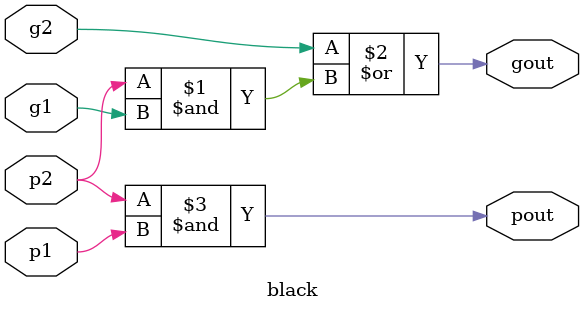
<source format=v>
`timescale 1ns / 1ps


module BKA (
    input [63:0] a, b,
    input cin,
    output [63:0] s,
    output cout
    );


genvar i;

// T=0
wire [63:0] g, p;
assign g = a & b;
assign p = a ^ b;

// T=1
wire [31:0] g_1, p_1;
generate
    for (i=0; i<32; i=i+1) begin
        black black1(
            .g1(g[i*2]),
            .p1(p[i*2]),
            .g2(g[i*2+1]),
            .p2(p[i*2+1]),
            .gout(g_1[i]),
            .pout(p_1[i])
        );
    end
endgenerate

// T=2
wire [15:0] g_2, p_2;
generate
    for (i=0; i<16; i=i+1) begin
        black black2(
            .g1(g_1[i*2]),
            .p1(p_1[i*2]),
            .g2(g_1[i*2+1]),
            .p2(p_1[i*2+1]),
            .gout(g_2[i]),
            .pout(p_2[i])
        );
    end
endgenerate

// T=3
wire [7:0] g_3, p_3;
generate
    for (i=0; i<8; i=i+1) begin
        black black3(
            .g1(g_2[i*2]),
            .p1(p_2[i*2]),
            .g2(g_2[i*2+1]),
            .p2(p_2[i*2+1]),
            .gout(g_3[i]),
            .pout(p_3[i])
        );
    end
endgenerate

// T=4
wire [3:0] g_4, p_4;
generate
    for (i=0; i<4; i=i+1) begin
        black black4(
            .g1(g_3[i*2]),
            .p1(p_3[i*2]),
            .g2(g_3[i*2+1]),
            .p2(p_3[i*2+1]),
            .gout(g_4[i]),
            .pout(p_4[i])
        );
    end
endgenerate

// T=5
wire [1:0] g_5, p_5;
generate
    for (i=0; i<2; i=i+1) begin
        black black5(
            .g1(g_4[i*2]),
            .p1(p_4[i*2]),
            .g2(g_4[i*2+1]),
            .p2(p_4[i*2+1]),
            .gout(g_5[i]),
            .pout(p_5[i])
        );
    end
endgenerate

// T=6
wire g_6, p_6;
black black6(
    .g1(g_5[0]),
    .p1(p_5[0]),
    .g2(g_5[1]),
    .p2(p_5[1]),
    .gout(g_6),
    .pout(p_6)
);

// T=7
wire g_7, p_7;
black black7(
    .g1(g_5[0]),
    .p1(p_5[0]),
    .g2(g_4[2]),
    .p2(p_4[2]),
    .gout(g_7),
    .pout(p_7)
);

// T=8
wire [2:0] g_8, p_8;
black black8_1(
    .g1(g_4[0]),
    .p1(p_4[0]),
    .g2(g_3[2]),
    .p2(p_3[2]),
    .gout(g_8[0]),
    .pout(p_8[0])
);
black black8_2(
    .g1(g_5[0]),
    .p1(p_5[0]),
    .g2(g_3[4]),
    .p2(p_3[4]),
    .gout(g_8[1]),
    .pout(p_8[1])
);
black black8_3(
    .g1(g_7),
    .p1(p_7),
    .g2(g_3[6]),
    .p2(p_3[6]),
    .gout(g_8[2]),
    .pout(p_8[2])
);

// T=9
wire [6:0] g_9, p_9;
black black9_1(
    .g1(g_3[0]),
    .p1(p_3[0]),
    .g2(g_2[2]),
    .p2(p_2[2]),
    .gout(g_9[0]),
    .pout(p_9[0])
);
black black9_2(
    .g1(g_4[0]),
    .p1(p_4[0]),
    .g2(g_2[4]),
    .p2(p_2[4]),
    .gout(g_9[1]),
    .pout(p_9[1])
);
black black9_3(
    .g1(g_8[0]),
    .p1(p_8[0]),
    .g2(g_2[6]),
    .p2(p_2[6]),
    .gout(g_9[2]),
    .pout(p_9[2])
);
black black9_4(
    .g1(g_5[0]),
    .p1(p_5[0]),
    .g2(g_2[8]),
    .p2(p_2[8]),
    .gout(g_9[3]),
    .pout(p_9[3])
);
black black9_5(
    .g1(g_8[1]),
    .p1(p_8[1]),
    .g2(g_2[10]),
    .p2(p_2[10]),
    .gout(g_9[4]),
    .pout(p_9[4])
);
black black9_6(
    .g1(g_7),
    .p1(p_7),
    .g2(g_2[12]),
    .p2(p_2[12]),
    .gout(g_9[5]),
    .pout(p_9[5])
);
black black9_7(
    .g1(g_8[2]),
    .p1(p_8[2]),
    .g2(g_2[14]),
    .p2(p_2[14]),
    .gout(g_9[6]),
    .pout(p_9[6])
);

// T=10
wire [14:0] g_10, p_10;
black black10_1(
    .g1(g_2[0]),
    .p1(p_2[0]),
    .g2(g_1[2]),
    .p2(p_1[2]),
    .gout(g_10[0]),
    .pout(p_10[0])
);
black black10_2(
    .g1(g_3[0]),
    .p1(p_3[0]),
    .g2(g_1[4]),
    .p2(p_1[4]),
    .gout(g_10[1]),
    .pout(p_10[1])
);
black black10_3(
    .g1(g_9[0]),
    .p1(p_9[0]),
    .g2(g_1[6]),
    .p2(p_1[6]),
    .gout(g_10[2]),
    .pout(p_10[2])
);
black black10_4(
    .g1(g_4[0]),
    .p1(p_4[0]),
    .g2(g_1[8]),
    .p2(p_1[8]),
    .gout(g_10[3]),
    .pout(p_10[3])
);
black black10_5(
    .g1(g_9[1]),
    .p1(p_9[1]),
    .g2(g_1[10]),
    .p2(p_1[10]),
    .gout(g_10[4]),
    .pout(p_10[4])
);
black black10_6(
    .g1(g_8[0]),
    .p1(p_8[0]),
    .g2(g_1[12]),
    .p2(p_1[12]),
    .gout(g_10[5]),
    .pout(p_10[5])
);
black black10_7(
    .g1(g_9[2]),
    .p1(p_9[2]),
    .g2(g_1[14]),
    .p2(p_1[14]),
    .gout(g_10[6]),
    .pout(p_10[6])
);
black black10_8(
    .g1(g_5[0]),
    .p1(p_5[0]),
    .g2(g_1[16]),
    .p2(p_1[16]),
    .gout(g_10[7]),
    .pout(p_10[7])
);
black black10_9(
    .g1(g_9[3]),
    .p1(p_9[3]),
    .g2(g_1[18]),
    .p2(p_1[18]),
    .gout(g_10[8]),
    .pout(p_10[8])
);
black black10_10(
    .g1(g_8[1]),
    .p1(p_8[1]),
    .g2(g_1[20]),
    .p2(p_1[20]),
    .gout(g_10[9]),
    .pout(p_10[9])
);
black black10_11(
    .g1(g_9[4]),
    .p1(p_9[4]),
    .g2(g_1[22]),
    .p2(p_1[22]),
    .gout(g_10[10]),
    .pout(p_10[10])
);
black black10_12(
    .g1(g_7),
    .p1(p_7),
    .g2(g_1[24]),
    .p2(p_1[24]),
    .gout(g_10[11]),
    .pout(p_10[11])
);
black black10_13(
    .g1(g_9[5]),
    .p1(p_9[5]),
    .g2(g_1[26]),
    .p2(p_1[26]),
    .gout(g_10[12]),
    .pout(p_10[12])
);
black black10_14(
    .g1(g_8[2]),
    .p1(p_8[2]),
    .g2(g_1[28]),
    .p2(p_1[28]),
    .gout(g_10[13]),
    .pout(p_10[13])
);
black black10_15(
    .g1(g_9[6]),
    .p1(p_9[6]),
    .g2(g_1[30]),
    .p2(p_1[30]),
    .gout(g_10[14]),
    .pout(p_10[14])
);

// T=11
wire [30:0] g_11, p_11;
black black11_1(
    .g1(g_1[0]),
    .p1(p_1[0]),
    .g2(g[2]),
    .p2(p[2]),
    .gout(g_11[0]),
    .pout(p_11[0])
);
black black11_2(
    .g1(g_2[0]),
    .p1(p_2[0]),
    .g2(g[4]),
    .p2(p[4]),
    .gout(g_11[1]),
    .pout(p_11[1])
);
black black11_3(
    .g1(g_10[0]),
    .p1(p_10[0]),
    .g2(g[6]),
    .p2(p[6]),
    .gout(g_11[2]),
    .pout(p_11[2])
);
black black11_4(
    .g1(g_3[0]),
    .p1(p_3[0]),
    .g2(g[8]),
    .p2(p[8]),
    .gout(g_11[3]),
    .pout(p_11[3])
);
black black11_5(
    .g1(g_10[1]),
    .p1(p_10[1]),
    .g2(g[10]),
    .p2(p[10]),
    .gout(g_11[4]),
    .pout(p_11[4])
);
black black11_6(
    .g1(g_9[0]),
    .p1(p_9[0]),
    .g2(g[12]),
    .p2(p[12]),
    .gout(g_11[5]),
    .pout(p_11[5])
);
black black11_7(
    .g1(g_10[2]),
    .p1(p_10[2]),
    .g2(g[14]),
    .p2(p[14]),
    .gout(g_11[6]),
    .pout(p_11[6])
);
black black11_8(
    .g1(g_4[0]),
    .p1(p_4[0]),
    .g2(g[16]),
    .p2(p[16]),
    .gout(g_11[7]),
    .pout(p_11[7])
);
black black11_9(
    .g1(g_10[3]),
    .p1(p_10[3]),
    .g2(g[18]),
    .p2(p[18]),
    .gout(g_11[8]),
    .pout(p_11[8])
);
black black11_10(
    .g1(g_9[1]),
    .p1(p_9[1]),
    .g2(g[20]),
    .p2(p[20]),
    .gout(g_11[9]),
    .pout(p_11[9])
);
black black11_11(
    .g1(g_10[4]),
    .p1(p_10[4]),
    .g2(g[22]),
    .p2(p[22]),
    .gout(g_11[10]),
    .pout(p_11[10])
);
black black11_12(
    .g1(g_8[0]),
    .p1(p_8[0]),
    .g2(g[24]),
    .p2(p[24]),
    .gout(g_11[11]),
    .pout(p_11[11])
);
black black11_13(
    .g1(g_10[5]),
    .p1(p_10[5]),
    .g2(g[26]),
    .p2(p[26]),
    .gout(g_11[12]),
    .pout(p_11[12])
);
black black11_14(
    .g1(g_9[2]),
    .p1(p_9[2]),
    .g2(g[28]),
    .p2(p[28]),
    .gout(g_11[13]),
    .pout(p_11[13])
);
black black11_15(
    .g1(g_10[6]),
    .p1(p_10[6]),
    .g2(g[30]),
    .p2(p[30]),
    .gout(g_11[14]),
    .pout(p_11[14])
);
black black11_16(
    .g1(g_5[0]),
    .p1(p_5[0]),
    .g2(g[32]),
    .p2(p[32]),
    .gout(g_11[15]),
    .pout(p_11[15])
);
black black11_17(
    .g1(g_10[7]),
    .p1(p_10[7]),
    .g2(g[34]),
    .p2(p[34]),
    .gout(g_11[16]),
    .pout(p_11[16])
);
black black11_18(
    .g1(g_9[3]),
    .p1(p_9[3]),
    .g2(g[36]),
    .p2(p[36]),
    .gout(g_11[17]),
    .pout(p_11[17])
);
black black11_19(
    .g1(g_10[8]),
    .p1(p_10[8]),
    .g2(g[38]),
    .p2(p[38]),
    .gout(g_11[18]),
    .pout(p_11[18])
);
black black11_20(
    .g1(g_8[1]),
    .p1(p_8[1]),
    .g2(g[40]),
    .p2(p[40]),
    .gout(g_11[19]),
    .pout(p_11[19])
);
black black11_21(
    .g1(g_10[9]),
    .p1(p_10[9]),
    .g2(g[42]),
    .p2(p[42]),
    .gout(g_11[20]),
    .pout(p_11[20])
);
black black11_22(
    .g1(g_9[4]),
    .p1(p_9[4]),
    .g2(g[44]),
    .p2(p[44]),
    .gout(g_11[21]),
    .pout(p_11[21])
);
black black11_23(
    .g1(g_10[10]),
    .p1(p_10[10]),
    .g2(g[46]),
    .p2(p[46]),
    .gout(g_11[22]),
    .pout(p_11[22])
);
black black11_24(
    .g1(g_7),
    .p1(p_7),
    .g2(g[48]),
    .p2(p[48]),
    .gout(g_11[23]),
    .pout(p_11[23])
);
black black11_25(
    .g1(g_10[11]),
    .p1(p_10[11]),
    .g2(g[50]),
    .p2(p[50]),
    .gout(g_11[24]),
    .pout(p_11[24])
);
black black11_26(
    .g1(g_9[5]),
    .p1(p_9[5]),
    .g2(g[52]),
    .p2(p[52]),
    .gout(g_11[25]),
    .pout(p_11[25])
);
black black11_27(
    .g1(g_10[12]),
    .p1(p_10[12]),
    .g2(g[54]),
    .p2(p[54]),
    .gout(g_11[26]),
    .pout(p_11[26])
);
black black11_28(
    .g1(g_8[2]),
    .p1(p_8[2]),
    .g2(g[56]),
    .p2(p[56]),
    .gout(g_11[27]),
    .pout(p_11[27])
);
black black11_29(
    .g1(g_10[13]),
    .p1(p_10[13]),
    .g2(g[58]),
    .p2(p[58]),
    .gout(g_11[28]),
    .pout(p_11[28])
);
black black11_30(
    .g1(g_9[6]),
    .p1(p_9[6]),
    .g2(g[60]),
    .p2(p[60]),
    .gout(g_11[29]),
    .pout(p_11[29])
);
black black11_31(
    .g1(g_10[14]),
    .p1(p_10[14]),
    .g2(g[62]),
    .p2(p[62]),
    .gout(g_11[30]),
    .pout(p_11[30])
);

// P, G
wire [63:0] P, G;
generate
    for (i=0; i<31; i=i+1) begin
        assign G[2*i+2] = g_11[i];
        assign P[2*i+2] = p_11[i];
    end
    for (i=0; i<15; i=i+1) begin
        assign G[4*i+5] = g_10[i];
        assign P[4*i+5] = p_10[i];
    end
    for (i=0; i<7; i=i+1) begin
        assign G[8*i+11] = g_9[i];
        assign P[8*i+11] = p_9[i];
    end
    for (i=0; i<3; i=i+1) begin
        assign G[16*i+23] = g_8[i];
        assign P[16*i+23] = p_8[i];
    end
    for (i=0; i<1; i=i+1) begin
        assign G[32*i+47] = g_7;
        assign P[32*i+47] = p_7;
    end
endgenerate
assign G[0] = g[0];
assign P[0] = p[0];
assign G[1] = g_1[0];
assign P[1] = p_1[0];
assign G[3] = g_2[0];
assign P[3] = p_2[0];
assign G[7] = g_3[0];
assign P[7] = p_3[0];
assign G[15] = g_4[0];
assign P[15] = p_4[0];
assign G[31] = g_5[0];
assign P[31] = p_5[0];
assign G[63] = g_6;
assign P[63] = p_6;

// C, s
wire [64:0] C;
generate
    assign C[0] = cin;
    for (i=0; i<64; i=i+1) begin
        assign C[i+1] = G[i] | P[i]&C[0];
    end
endgenerate
assign cout = C[64];

assign s = C[63:0] ^ p;


endmodule



// ! 注意g1和g2的位置，弄错了就g了，呜呜~
module black (input g1, p1, g2, p2, output gout, pout);
    assign gout = g2 | p2 & g1;
    assign pout = p2 & p1;
endmodule


</source>
